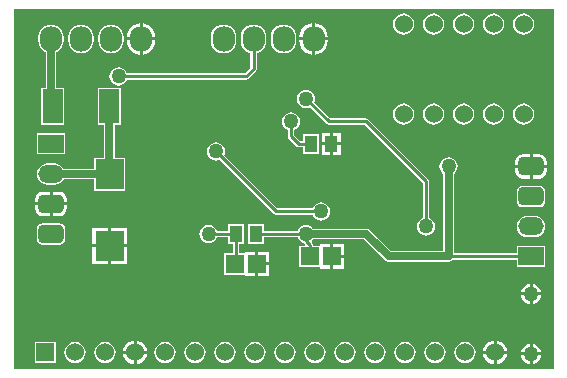
<source format=gbl>
G04 Layer_Physical_Order=2*
G04 Layer_Color=11436288*
%FSLAX25Y25*%
%MOIN*%
G70*
G01*
G75*
%ADD18R,0.04331X0.05512*%
%ADD22R,0.06102X0.06102*%
%ADD24C,0.01000*%
%ADD25C,0.02500*%
%ADD26O,0.07500X0.08500*%
%ADD27R,0.08500X0.06000*%
%ADD28O,0.08500X0.06000*%
G04:AMPARAMS|DCode=29|XSize=60mil|YSize=85mil|CornerRadius=15mil|HoleSize=0mil|Usage=FLASHONLY|Rotation=90.000|XOffset=0mil|YOffset=0mil|HoleType=Round|Shape=RoundedRectangle|*
%AMROUNDEDRECTD29*
21,1,0.06000,0.05500,0,0,90.0*
21,1,0.03000,0.08500,0,0,90.0*
1,1,0.03000,0.02750,0.01500*
1,1,0.03000,0.02750,-0.01500*
1,1,0.03000,-0.02750,-0.01500*
1,1,0.03000,-0.02750,0.01500*
%
%ADD29ROUNDEDRECTD29*%
%ADD30C,0.05000*%
%ADD31R,0.06000X0.06000*%
%ADD32C,0.06000*%
%ADD33R,0.09646X0.10039*%
%ADD34R,0.06600X0.11400*%
G36*
X180000Y119500D02*
Y0D01*
X180000Y0D01*
X354D01*
X0Y354D01*
Y120000D01*
X0Y120000D01*
X180000D01*
X180000Y119500D01*
D02*
G37*
%LPC*%
G36*
X175964Y24500D02*
X173000D01*
Y21536D01*
X173414Y21590D01*
X174265Y21943D01*
X174996Y22504D01*
X175557Y23235D01*
X175910Y24086D01*
X175964Y24500D01*
D02*
G37*
G36*
X172000D02*
X169036D01*
X169090Y24086D01*
X169443Y23235D01*
X170004Y22504D01*
X170735Y21943D01*
X171586Y21590D01*
X172000Y21536D01*
Y24500D01*
D02*
G37*
G36*
Y28464D02*
X171586Y28410D01*
X170735Y28057D01*
X170004Y27496D01*
X169443Y26765D01*
X169090Y25914D01*
X169036Y25500D01*
X172000D01*
Y28464D01*
D02*
G37*
G36*
X85193Y34500D02*
X81642D01*
Y30949D01*
X85193D01*
Y34500D01*
D02*
G37*
G36*
X173000Y28464D02*
Y25500D01*
X175964D01*
X175910Y25914D01*
X175557Y26765D01*
X174996Y27496D01*
X174265Y28057D01*
X173414Y28410D01*
X173000Y28464D01*
D02*
G37*
G36*
X40000Y9469D02*
X39456Y9397D01*
X38483Y8994D01*
X37647Y8353D01*
X37006Y7517D01*
X36603Y6544D01*
X36531Y6000D01*
X40000D01*
Y9469D01*
D02*
G37*
G36*
X173000Y8464D02*
Y5500D01*
X175964D01*
X175910Y5914D01*
X175557Y6765D01*
X174996Y7496D01*
X174265Y8057D01*
X173414Y8410D01*
X173000Y8464D01*
D02*
G37*
G36*
X41000Y9469D02*
Y6000D01*
X44469D01*
X44397Y6544D01*
X43994Y7517D01*
X43353Y8353D01*
X42517Y8994D01*
X41544Y9397D01*
X41000Y9469D01*
D02*
G37*
G36*
X161000D02*
Y6000D01*
X164469D01*
X164397Y6544D01*
X163994Y7517D01*
X163353Y8353D01*
X162517Y8994D01*
X161544Y9397D01*
X161000Y9469D01*
D02*
G37*
G36*
X160000D02*
X159456Y9397D01*
X158483Y8994D01*
X157647Y8353D01*
X157006Y7517D01*
X156603Y6544D01*
X156531Y6000D01*
X160000D01*
Y9469D01*
D02*
G37*
G36*
X15250Y48539D02*
X9750D01*
X8970Y48384D01*
X8308Y47942D01*
X7866Y47280D01*
X7711Y46500D01*
Y43500D01*
X7866Y42720D01*
X8308Y42058D01*
X8970Y41616D01*
X9750Y41461D01*
X15250D01*
X16030Y41616D01*
X16692Y42058D01*
X17134Y42720D01*
X17289Y43500D01*
Y46500D01*
X17134Y47280D01*
X16692Y47942D01*
X16030Y48384D01*
X15250Y48539D01*
D02*
G37*
G36*
X145000Y70526D02*
X144217Y70423D01*
X143487Y70121D01*
X142860Y69640D01*
X142379Y69013D01*
X142077Y68283D01*
X141974Y67500D01*
X142077Y66717D01*
X142379Y65987D01*
X142860Y65360D01*
X143216Y65088D01*
Y39284D01*
X125739D01*
X118762Y46262D01*
X118183Y46648D01*
X117500Y46784D01*
X99912D01*
X99640Y47140D01*
X99013Y47620D01*
X98283Y47923D01*
X97500Y48026D01*
X96717Y47923D01*
X95987Y47620D01*
X95360Y47140D01*
X94880Y46513D01*
X94675Y46020D01*
X83610D01*
Y48256D01*
X78280D01*
Y41744D01*
X83610D01*
Y43981D01*
X94675D01*
X94880Y43487D01*
X95360Y42860D01*
X95987Y42380D01*
X96717Y42077D01*
X96725Y42076D01*
X96779Y41996D01*
X97262Y41513D01*
X97070Y41051D01*
X95307D01*
Y33949D01*
X102091D01*
Y33449D01*
X105642D01*
Y37500D01*
Y41551D01*
X102091D01*
Y41051D01*
X99878D01*
Y41358D01*
X99800Y41748D01*
X99579Y42079D01*
X99432Y42227D01*
X99464Y42726D01*
X99640Y42860D01*
X99912Y43216D01*
X116761D01*
X123738Y36238D01*
X124317Y35852D01*
X125000Y35716D01*
X145000D01*
X145683Y35852D01*
X146262Y36238D01*
X146423Y36481D01*
X167750D01*
Y34000D01*
X177250D01*
Y41000D01*
X167750D01*
Y38520D01*
X146784D01*
Y65088D01*
X147140Y65360D01*
X147621Y65987D01*
X147923Y66717D01*
X148026Y67500D01*
X147923Y68283D01*
X147621Y69013D01*
X147140Y69640D01*
X146513Y70121D01*
X145783Y70423D01*
X145000Y70526D01*
D02*
G37*
G36*
X31500Y47110D02*
X26177D01*
Y41591D01*
X31500D01*
Y47110D01*
D02*
G37*
G36*
X173750Y51030D02*
X171250D01*
X170336Y50910D01*
X169485Y50557D01*
X168754Y49996D01*
X168193Y49265D01*
X167840Y48414D01*
X167720Y47500D01*
X167840Y46586D01*
X168193Y45735D01*
X168754Y45004D01*
X169485Y44443D01*
X170336Y44090D01*
X171250Y43970D01*
X173750D01*
X174664Y44090D01*
X175515Y44443D01*
X176246Y45004D01*
X176807Y45735D01*
X177160Y46586D01*
X177280Y47500D01*
X177160Y48414D01*
X176807Y49265D01*
X176246Y49996D01*
X175515Y50557D01*
X174664Y50910D01*
X173750Y51030D01*
D02*
G37*
G36*
X37823Y47110D02*
X32500D01*
Y41591D01*
X37823D01*
Y47110D01*
D02*
G37*
G36*
X31500Y40591D02*
X26177D01*
Y35071D01*
X31500D01*
Y40591D01*
D02*
G37*
G36*
X110193Y37000D02*
X106642D01*
Y33449D01*
X110193D01*
Y37000D01*
D02*
G37*
G36*
X37823Y40591D02*
X32500D01*
Y35071D01*
X37823D01*
Y40591D01*
D02*
G37*
G36*
X110193Y41551D02*
X106642D01*
Y38000D01*
X110193D01*
Y41551D01*
D02*
G37*
G36*
X85193Y39051D02*
X81642D01*
Y35500D01*
X85193D01*
Y39051D01*
D02*
G37*
G36*
X172000Y8464D02*
X171586Y8410D01*
X170735Y8057D01*
X170004Y7496D01*
X169443Y6765D01*
X169090Y5914D01*
X169036Y5500D01*
X172000D01*
Y8464D01*
D02*
G37*
G36*
X20500Y9030D02*
X19586Y8910D01*
X18735Y8557D01*
X18004Y7996D01*
X17443Y7265D01*
X17090Y6414D01*
X16970Y5500D01*
X17090Y4586D01*
X17443Y3735D01*
X18004Y3004D01*
X18735Y2443D01*
X19586Y2090D01*
X20500Y1970D01*
X21414Y2090D01*
X22265Y2443D01*
X22996Y3004D01*
X23557Y3735D01*
X23910Y4586D01*
X24030Y5500D01*
X23910Y6414D01*
X23557Y7265D01*
X22996Y7996D01*
X22265Y8557D01*
X21414Y8910D01*
X20500Y9030D01*
D02*
G37*
G36*
X175964Y4500D02*
X173000D01*
Y1536D01*
X173414Y1590D01*
X174265Y1943D01*
X174996Y2504D01*
X175557Y3235D01*
X175910Y4086D01*
X175964Y4500D01*
D02*
G37*
G36*
X30500Y9030D02*
X29586Y8910D01*
X28735Y8557D01*
X28004Y7996D01*
X27443Y7265D01*
X27090Y6414D01*
X26970Y5500D01*
X27090Y4586D01*
X27443Y3735D01*
X28004Y3004D01*
X28735Y2443D01*
X29586Y2090D01*
X30500Y1970D01*
X31414Y2090D01*
X32265Y2443D01*
X32996Y3004D01*
X33557Y3735D01*
X33910Y4586D01*
X34030Y5500D01*
X33910Y6414D01*
X33557Y7265D01*
X32996Y7996D01*
X32265Y8557D01*
X31414Y8910D01*
X30500Y9030D01*
D02*
G37*
G36*
X60500D02*
X59586Y8910D01*
X58735Y8557D01*
X58004Y7996D01*
X57443Y7265D01*
X57090Y6414D01*
X56970Y5500D01*
X57090Y4586D01*
X57443Y3735D01*
X58004Y3004D01*
X58735Y2443D01*
X59586Y2090D01*
X60500Y1970D01*
X61414Y2090D01*
X62265Y2443D01*
X62996Y3004D01*
X63557Y3735D01*
X63910Y4586D01*
X64030Y5500D01*
X63910Y6414D01*
X63557Y7265D01*
X62996Y7996D01*
X62265Y8557D01*
X61414Y8910D01*
X60500Y9030D01*
D02*
G37*
G36*
X50500D02*
X49586Y8910D01*
X48735Y8557D01*
X48004Y7996D01*
X47443Y7265D01*
X47090Y6414D01*
X46970Y5500D01*
X47090Y4586D01*
X47443Y3735D01*
X48004Y3004D01*
X48735Y2443D01*
X49586Y2090D01*
X50500Y1970D01*
X51414Y2090D01*
X52265Y2443D01*
X52996Y3004D01*
X53557Y3735D01*
X53910Y4586D01*
X54030Y5500D01*
X53910Y6414D01*
X53557Y7265D01*
X52996Y7996D01*
X52265Y8557D01*
X51414Y8910D01*
X50500Y9030D01*
D02*
G37*
G36*
X44469Y5000D02*
X41000D01*
Y1531D01*
X41544Y1603D01*
X42517Y2006D01*
X43353Y2647D01*
X43994Y3483D01*
X44397Y4456D01*
X44469Y5000D01*
D02*
G37*
G36*
X40000D02*
X36531D01*
X36603Y4456D01*
X37006Y3483D01*
X37647Y2647D01*
X38483Y2006D01*
X39456Y1603D01*
X40000Y1531D01*
Y5000D01*
D02*
G37*
G36*
X160000D02*
X156531D01*
X156603Y4456D01*
X157006Y3483D01*
X157647Y2647D01*
X158483Y2006D01*
X159456Y1603D01*
X160000Y1531D01*
Y5000D01*
D02*
G37*
G36*
X172000Y4500D02*
X169036D01*
X169090Y4086D01*
X169443Y3235D01*
X170004Y2504D01*
X170735Y1943D01*
X171586Y1590D01*
X172000Y1536D01*
Y4500D01*
D02*
G37*
G36*
X164469Y5000D02*
X161000D01*
Y1531D01*
X161544Y1603D01*
X162517Y2006D01*
X163353Y2647D01*
X163994Y3483D01*
X164397Y4456D01*
X164469Y5000D01*
D02*
G37*
G36*
X130500Y9030D02*
X129586Y8910D01*
X128735Y8557D01*
X128004Y7996D01*
X127443Y7265D01*
X127090Y6414D01*
X126970Y5500D01*
X127090Y4586D01*
X127443Y3735D01*
X128004Y3004D01*
X128735Y2443D01*
X129586Y2090D01*
X130500Y1970D01*
X131414Y2090D01*
X132265Y2443D01*
X132996Y3004D01*
X133557Y3735D01*
X133910Y4586D01*
X134030Y5500D01*
X133910Y6414D01*
X133557Y7265D01*
X132996Y7996D01*
X132265Y8557D01*
X131414Y8910D01*
X130500Y9030D01*
D02*
G37*
G36*
X120500D02*
X119586Y8910D01*
X118735Y8557D01*
X118004Y7996D01*
X117443Y7265D01*
X117090Y6414D01*
X116970Y5500D01*
X117090Y4586D01*
X117443Y3735D01*
X118004Y3004D01*
X118735Y2443D01*
X119586Y2090D01*
X120500Y1970D01*
X121414Y2090D01*
X122265Y2443D01*
X122996Y3004D01*
X123557Y3735D01*
X123910Y4586D01*
X124030Y5500D01*
X123910Y6414D01*
X123557Y7265D01*
X122996Y7996D01*
X122265Y8557D01*
X121414Y8910D01*
X120500Y9030D01*
D02*
G37*
G36*
X140500D02*
X139586Y8910D01*
X138735Y8557D01*
X138004Y7996D01*
X137443Y7265D01*
X137090Y6414D01*
X136970Y5500D01*
X137090Y4586D01*
X137443Y3735D01*
X138004Y3004D01*
X138735Y2443D01*
X139586Y2090D01*
X140500Y1970D01*
X141414Y2090D01*
X142265Y2443D01*
X142996Y3004D01*
X143557Y3735D01*
X143910Y4586D01*
X144030Y5500D01*
X143910Y6414D01*
X143557Y7265D01*
X142996Y7996D01*
X142265Y8557D01*
X141414Y8910D01*
X140500Y9030D01*
D02*
G37*
G36*
X14000Y9000D02*
X7000D01*
Y2000D01*
X14000D01*
Y9000D01*
D02*
G37*
G36*
X150500Y9030D02*
X149586Y8910D01*
X148735Y8557D01*
X148004Y7996D01*
X147443Y7265D01*
X147090Y6414D01*
X146970Y5500D01*
X147090Y4586D01*
X147443Y3735D01*
X148004Y3004D01*
X148735Y2443D01*
X149586Y2090D01*
X150500Y1970D01*
X151414Y2090D01*
X152265Y2443D01*
X152996Y3004D01*
X153557Y3735D01*
X153910Y4586D01*
X154030Y5500D01*
X153910Y6414D01*
X153557Y7265D01*
X152996Y7996D01*
X152265Y8557D01*
X151414Y8910D01*
X150500Y9030D01*
D02*
G37*
G36*
X80500D02*
X79586Y8910D01*
X78735Y8557D01*
X78004Y7996D01*
X77443Y7265D01*
X77090Y6414D01*
X76970Y5500D01*
X77090Y4586D01*
X77443Y3735D01*
X78004Y3004D01*
X78735Y2443D01*
X79586Y2090D01*
X80500Y1970D01*
X81414Y2090D01*
X82265Y2443D01*
X82996Y3004D01*
X83557Y3735D01*
X83910Y4586D01*
X84030Y5500D01*
X83910Y6414D01*
X83557Y7265D01*
X82996Y7996D01*
X82265Y8557D01*
X81414Y8910D01*
X80500Y9030D01*
D02*
G37*
G36*
X70500D02*
X69586Y8910D01*
X68735Y8557D01*
X68004Y7996D01*
X67443Y7265D01*
X67090Y6414D01*
X66970Y5500D01*
X67090Y4586D01*
X67443Y3735D01*
X68004Y3004D01*
X68735Y2443D01*
X69586Y2090D01*
X70500Y1970D01*
X71414Y2090D01*
X72265Y2443D01*
X72996Y3004D01*
X73557Y3735D01*
X73910Y4586D01*
X74030Y5500D01*
X73910Y6414D01*
X73557Y7265D01*
X72996Y7996D01*
X72265Y8557D01*
X71414Y8910D01*
X70500Y9030D01*
D02*
G37*
G36*
X90500D02*
X89586Y8910D01*
X88735Y8557D01*
X88004Y7996D01*
X87443Y7265D01*
X87090Y6414D01*
X86970Y5500D01*
X87090Y4586D01*
X87443Y3735D01*
X88004Y3004D01*
X88735Y2443D01*
X89586Y2090D01*
X90500Y1970D01*
X91414Y2090D01*
X92265Y2443D01*
X92996Y3004D01*
X93557Y3735D01*
X93910Y4586D01*
X94030Y5500D01*
X93910Y6414D01*
X93557Y7265D01*
X92996Y7996D01*
X92265Y8557D01*
X91414Y8910D01*
X90500Y9030D01*
D02*
G37*
G36*
X110500D02*
X109586Y8910D01*
X108735Y8557D01*
X108004Y7996D01*
X107443Y7265D01*
X107090Y6414D01*
X106970Y5500D01*
X107090Y4586D01*
X107443Y3735D01*
X108004Y3004D01*
X108735Y2443D01*
X109586Y2090D01*
X110500Y1970D01*
X111414Y2090D01*
X112265Y2443D01*
X112996Y3004D01*
X113557Y3735D01*
X113910Y4586D01*
X114030Y5500D01*
X113910Y6414D01*
X113557Y7265D01*
X112996Y7996D01*
X112265Y8557D01*
X111414Y8910D01*
X110500Y9030D01*
D02*
G37*
G36*
X100500D02*
X99586Y8910D01*
X98735Y8557D01*
X98004Y7996D01*
X97443Y7265D01*
X97090Y6414D01*
X96970Y5500D01*
X97090Y4586D01*
X97443Y3735D01*
X98004Y3004D01*
X98735Y2443D01*
X99586Y2090D01*
X100500Y1970D01*
X101414Y2090D01*
X102265Y2443D01*
X102996Y3004D01*
X103557Y3735D01*
X103910Y4586D01*
X104030Y5500D01*
X103910Y6414D01*
X103557Y7265D01*
X102996Y7996D01*
X102265Y8557D01*
X101414Y8910D01*
X100500Y9030D01*
D02*
G37*
G36*
X97500Y93026D02*
X96717Y92923D01*
X95987Y92621D01*
X95360Y92140D01*
X94880Y91513D01*
X94577Y90783D01*
X94474Y90000D01*
X94577Y89217D01*
X94880Y88487D01*
X95360Y87860D01*
X95987Y87379D01*
X96717Y87077D01*
X97500Y86974D01*
X98283Y87077D01*
X98777Y87282D01*
X104279Y81779D01*
X104610Y81558D01*
X105000Y81480D01*
X117078D01*
X136480Y62078D01*
Y50325D01*
X135987Y50121D01*
X135360Y49640D01*
X134880Y49013D01*
X134577Y48283D01*
X134474Y47500D01*
X134577Y46717D01*
X134880Y45987D01*
X135360Y45360D01*
X135987Y44880D01*
X136717Y44577D01*
X137500Y44474D01*
X138283Y44577D01*
X139013Y44880D01*
X139640Y45360D01*
X140121Y45987D01*
X140423Y46717D01*
X140526Y47500D01*
X140423Y48283D01*
X140121Y49013D01*
X139640Y49640D01*
X139013Y50121D01*
X138520Y50325D01*
Y62500D01*
X138442Y62890D01*
X138221Y63221D01*
X118221Y83221D01*
X117890Y83442D01*
X117500Y83520D01*
X105422D01*
X100218Y88723D01*
X100423Y89217D01*
X100526Y90000D01*
X100423Y90783D01*
X100121Y91513D01*
X99640Y92140D01*
X99013Y92621D01*
X98283Y92923D01*
X97500Y93026D01*
D02*
G37*
G36*
X99500Y109500D02*
X95209D01*
X95372Y108260D01*
X95851Y107105D01*
X96612Y106112D01*
X97605Y105351D01*
X98760Y104872D01*
X99500Y104775D01*
Y109500D01*
D02*
G37*
G36*
X47291D02*
X43000D01*
Y104775D01*
X43740Y104872D01*
X44895Y105351D01*
X45888Y106112D01*
X46649Y107105D01*
X47128Y108260D01*
X47291Y109500D01*
D02*
G37*
G36*
X104791D02*
X100500D01*
Y104775D01*
X101240Y104872D01*
X102396Y105351D01*
X103388Y106112D01*
X104149Y107105D01*
X104628Y108260D01*
X104791Y109500D01*
D02*
G37*
G36*
X32500Y114787D02*
X31391Y114641D01*
X30357Y114212D01*
X29469Y113531D01*
X28788Y112643D01*
X28359Y111609D01*
X28213Y110500D01*
Y109500D01*
X28359Y108391D01*
X28788Y107357D01*
X29469Y106469D01*
X30357Y105788D01*
X31391Y105359D01*
X32500Y105213D01*
X33610Y105359D01*
X34643Y105788D01*
X35531Y106469D01*
X36212Y107357D01*
X36641Y108391D01*
X36787Y109500D01*
Y110500D01*
X36641Y111609D01*
X36212Y112643D01*
X35531Y113531D01*
X34643Y114212D01*
X33610Y114641D01*
X32500Y114787D01*
D02*
G37*
G36*
X22500D02*
X21391Y114641D01*
X20357Y114212D01*
X19469Y113531D01*
X18788Y112643D01*
X18359Y111609D01*
X18213Y110500D01*
Y109500D01*
X18359Y108391D01*
X18788Y107357D01*
X19469Y106469D01*
X20357Y105788D01*
X21391Y105359D01*
X22500Y105213D01*
X23609Y105359D01*
X24643Y105788D01*
X25531Y106469D01*
X26212Y107357D01*
X26641Y108391D01*
X26787Y109500D01*
Y110500D01*
X26641Y111609D01*
X26212Y112643D01*
X25531Y113531D01*
X24643Y114212D01*
X23609Y114641D01*
X22500Y114787D01*
D02*
G37*
G36*
X160000Y88530D02*
X159086Y88410D01*
X158235Y88057D01*
X157504Y87496D01*
X156943Y86765D01*
X156590Y85914D01*
X156470Y85000D01*
X156590Y84086D01*
X156943Y83235D01*
X157504Y82504D01*
X158235Y81943D01*
X159086Y81590D01*
X160000Y81470D01*
X160914Y81590D01*
X161765Y81943D01*
X162496Y82504D01*
X163057Y83235D01*
X163410Y84086D01*
X163530Y85000D01*
X163410Y85914D01*
X163057Y86765D01*
X162496Y87496D01*
X161765Y88057D01*
X160914Y88410D01*
X160000Y88530D01*
D02*
G37*
G36*
X150000D02*
X149086Y88410D01*
X148235Y88057D01*
X147504Y87496D01*
X146943Y86765D01*
X146590Y85914D01*
X146470Y85000D01*
X146590Y84086D01*
X146943Y83235D01*
X147504Y82504D01*
X148235Y81943D01*
X149086Y81590D01*
X150000Y81470D01*
X150914Y81590D01*
X151765Y81943D01*
X152496Y82504D01*
X153057Y83235D01*
X153410Y84086D01*
X153530Y85000D01*
X153410Y85914D01*
X153057Y86765D01*
X152496Y87496D01*
X151765Y88057D01*
X150914Y88410D01*
X150000Y88530D01*
D02*
G37*
G36*
X170000D02*
X169086Y88410D01*
X168235Y88057D01*
X167504Y87496D01*
X166943Y86765D01*
X166590Y85914D01*
X166470Y85000D01*
X166590Y84086D01*
X166943Y83235D01*
X167504Y82504D01*
X168235Y81943D01*
X169086Y81590D01*
X170000Y81470D01*
X170914Y81590D01*
X171765Y81943D01*
X172496Y82504D01*
X173057Y83235D01*
X173410Y84086D01*
X173530Y85000D01*
X173410Y85914D01*
X173057Y86765D01*
X172496Y87496D01*
X171765Y88057D01*
X170914Y88410D01*
X170000Y88530D01*
D02*
G37*
G36*
X42000Y109500D02*
X37709D01*
X37872Y108260D01*
X38351Y107105D01*
X39112Y106112D01*
X40105Y105351D01*
X41260Y104872D01*
X42000Y104775D01*
Y109500D01*
D02*
G37*
G36*
X80000Y114787D02*
X78891Y114641D01*
X77857Y114212D01*
X76969Y113531D01*
X76288Y112643D01*
X75859Y111609D01*
X75713Y110500D01*
Y109500D01*
X75859Y108391D01*
X76288Y107357D01*
X76969Y106469D01*
X77857Y105788D01*
X78891Y105359D01*
X78980Y105348D01*
Y100422D01*
X77078Y98520D01*
X37825D01*
X37620Y99013D01*
X37140Y99640D01*
X36513Y100121D01*
X35783Y100423D01*
X35000Y100526D01*
X34217Y100423D01*
X33487Y100121D01*
X32860Y99640D01*
X32380Y99013D01*
X32077Y98283D01*
X31974Y97500D01*
X32077Y96717D01*
X32380Y95987D01*
X32860Y95360D01*
X33487Y94880D01*
X34217Y94577D01*
X35000Y94474D01*
X35783Y94577D01*
X36513Y94880D01*
X37140Y95360D01*
X37620Y95987D01*
X37825Y96481D01*
X77500D01*
X77890Y96558D01*
X78221Y96779D01*
X80721Y99279D01*
X80942Y99610D01*
X81020Y100000D01*
Y105348D01*
X81109Y105359D01*
X82143Y105788D01*
X83031Y106469D01*
X83712Y107357D01*
X84141Y108391D01*
X84287Y109500D01*
Y110500D01*
X84141Y111609D01*
X83712Y112643D01*
X83031Y113531D01*
X82143Y114212D01*
X81109Y114641D01*
X80000Y114787D01*
D02*
G37*
G36*
X70000D02*
X68891Y114641D01*
X67857Y114212D01*
X66969Y113531D01*
X66288Y112643D01*
X65859Y111609D01*
X65713Y110500D01*
Y109500D01*
X65859Y108391D01*
X66288Y107357D01*
X66969Y106469D01*
X67857Y105788D01*
X68891Y105359D01*
X70000Y105213D01*
X71109Y105359D01*
X72143Y105788D01*
X73031Y106469D01*
X73712Y107357D01*
X74141Y108391D01*
X74287Y109500D01*
Y110500D01*
X74141Y111609D01*
X73712Y112643D01*
X73031Y113531D01*
X72143Y114212D01*
X71109Y114641D01*
X70000Y114787D01*
D02*
G37*
G36*
X140000Y118530D02*
X139086Y118410D01*
X138235Y118057D01*
X137504Y117496D01*
X136943Y116765D01*
X136590Y115914D01*
X136470Y115000D01*
X136590Y114086D01*
X136943Y113235D01*
X137504Y112504D01*
X138235Y111943D01*
X139086Y111590D01*
X140000Y111470D01*
X140914Y111590D01*
X141765Y111943D01*
X142496Y112504D01*
X143057Y113235D01*
X143410Y114086D01*
X143530Y115000D01*
X143410Y115914D01*
X143057Y116765D01*
X142496Y117496D01*
X141765Y118057D01*
X140914Y118410D01*
X140000Y118530D01*
D02*
G37*
G36*
X130000D02*
X129086Y118410D01*
X128235Y118057D01*
X127504Y117496D01*
X126943Y116765D01*
X126590Y115914D01*
X126470Y115000D01*
X126590Y114086D01*
X126943Y113235D01*
X127504Y112504D01*
X128235Y111943D01*
X129086Y111590D01*
X130000Y111470D01*
X130914Y111590D01*
X131765Y111943D01*
X132496Y112504D01*
X133057Y113235D01*
X133410Y114086D01*
X133530Y115000D01*
X133410Y115914D01*
X133057Y116765D01*
X132496Y117496D01*
X131765Y118057D01*
X130914Y118410D01*
X130000Y118530D01*
D02*
G37*
G36*
X150000D02*
X149086Y118410D01*
X148235Y118057D01*
X147504Y117496D01*
X146943Y116765D01*
X146590Y115914D01*
X146470Y115000D01*
X146590Y114086D01*
X146943Y113235D01*
X147504Y112504D01*
X148235Y111943D01*
X149086Y111590D01*
X150000Y111470D01*
X150914Y111590D01*
X151765Y111943D01*
X152496Y112504D01*
X153057Y113235D01*
X153410Y114086D01*
X153530Y115000D01*
X153410Y115914D01*
X153057Y116765D01*
X152496Y117496D01*
X151765Y118057D01*
X150914Y118410D01*
X150000Y118530D01*
D02*
G37*
G36*
X170000D02*
X169086Y118410D01*
X168235Y118057D01*
X167504Y117496D01*
X166943Y116765D01*
X166590Y115914D01*
X166470Y115000D01*
X166590Y114086D01*
X166943Y113235D01*
X167504Y112504D01*
X168235Y111943D01*
X169086Y111590D01*
X170000Y111470D01*
X170914Y111590D01*
X171765Y111943D01*
X172496Y112504D01*
X173057Y113235D01*
X173410Y114086D01*
X173530Y115000D01*
X173410Y115914D01*
X173057Y116765D01*
X172496Y117496D01*
X171765Y118057D01*
X170914Y118410D01*
X170000Y118530D01*
D02*
G37*
G36*
X160000D02*
X159086Y118410D01*
X158235Y118057D01*
X157504Y117496D01*
X156943Y116765D01*
X156590Y115914D01*
X156470Y115000D01*
X156590Y114086D01*
X156943Y113235D01*
X157504Y112504D01*
X158235Y111943D01*
X159086Y111590D01*
X160000Y111470D01*
X160914Y111590D01*
X161765Y111943D01*
X162496Y112504D01*
X163057Y113235D01*
X163410Y114086D01*
X163530Y115000D01*
X163410Y115914D01*
X163057Y116765D01*
X162496Y117496D01*
X161765Y118057D01*
X160914Y118410D01*
X160000Y118530D01*
D02*
G37*
G36*
X42000Y115225D02*
X41260Y115128D01*
X40105Y114649D01*
X39112Y113888D01*
X38351Y112896D01*
X37872Y111740D01*
X37709Y110500D01*
X42000D01*
Y115225D01*
D02*
G37*
G36*
X90000Y114787D02*
X88891Y114641D01*
X87857Y114212D01*
X86969Y113531D01*
X86288Y112643D01*
X85859Y111609D01*
X85713Y110500D01*
Y109500D01*
X85859Y108391D01*
X86288Y107357D01*
X86969Y106469D01*
X87857Y105788D01*
X88891Y105359D01*
X90000Y105213D01*
X91110Y105359D01*
X92143Y105788D01*
X93031Y106469D01*
X93712Y107357D01*
X94141Y108391D01*
X94287Y109500D01*
Y110500D01*
X94141Y111609D01*
X93712Y112643D01*
X93031Y113531D01*
X92143Y114212D01*
X91110Y114641D01*
X90000Y114787D01*
D02*
G37*
G36*
X43000Y115225D02*
Y110500D01*
X47291D01*
X47128Y111740D01*
X46649Y112896D01*
X45888Y113888D01*
X44895Y114649D01*
X43740Y115128D01*
X43000Y115225D01*
D02*
G37*
G36*
X100500D02*
Y110500D01*
X104791D01*
X104628Y111740D01*
X104149Y112896D01*
X103388Y113888D01*
X102396Y114649D01*
X101240Y115128D01*
X100500Y115225D01*
D02*
G37*
G36*
X99500D02*
X98760Y115128D01*
X97605Y114649D01*
X96612Y113888D01*
X95851Y112896D01*
X95372Y111740D01*
X95209Y110500D01*
X99500D01*
Y115225D01*
D02*
G37*
G36*
X15250Y59049D02*
X13000D01*
Y55500D01*
X17799D01*
Y56500D01*
X17605Y57476D01*
X17052Y58302D01*
X16226Y58855D01*
X15250Y59049D01*
D02*
G37*
G36*
X12000D02*
X9750D01*
X8775Y58855D01*
X7948Y58302D01*
X7395Y57476D01*
X7201Y56500D01*
Y55500D01*
X12000D01*
Y59049D01*
D02*
G37*
G36*
X172000Y67000D02*
X167201D01*
Y66000D01*
X167395Y65025D01*
X167948Y64198D01*
X168775Y63645D01*
X169750Y63451D01*
X172000D01*
Y67000D01*
D02*
G37*
G36*
X35700Y93700D02*
X28100D01*
Y81300D01*
X30116D01*
Y70429D01*
X26677D01*
Y66784D01*
X16793D01*
X16246Y67496D01*
X15515Y68057D01*
X14664Y68410D01*
X13750Y68530D01*
X11250D01*
X10336Y68410D01*
X9485Y68057D01*
X8754Y67496D01*
X8193Y66765D01*
X7840Y65914D01*
X7720Y65000D01*
X7840Y64086D01*
X8193Y63235D01*
X8754Y62504D01*
X9485Y61943D01*
X10336Y61590D01*
X11250Y61470D01*
X13750D01*
X14664Y61590D01*
X15515Y61943D01*
X16246Y62504D01*
X16793Y63216D01*
X26677D01*
Y59390D01*
X37323D01*
Y70429D01*
X33684D01*
Y81300D01*
X35700D01*
Y93700D01*
D02*
G37*
G36*
X177799Y67000D02*
X173000D01*
Y63451D01*
X175250D01*
X176225Y63645D01*
X177052Y64198D01*
X177605Y65025D01*
X177799Y66000D01*
Y67000D01*
D02*
G37*
G36*
X67500Y75526D02*
X66717Y75423D01*
X65987Y75121D01*
X65360Y74640D01*
X64880Y74013D01*
X64577Y73283D01*
X64474Y72500D01*
X64577Y71717D01*
X64880Y70987D01*
X65360Y70360D01*
X65987Y69880D01*
X66717Y69577D01*
X67500Y69474D01*
X68283Y69577D01*
X68777Y69782D01*
X86779Y51779D01*
X87110Y51558D01*
X87500Y51481D01*
X99675D01*
X99879Y50987D01*
X100360Y50360D01*
X100987Y49880D01*
X101717Y49577D01*
X102500Y49474D01*
X103283Y49577D01*
X104013Y49880D01*
X104640Y50360D01*
X105121Y50987D01*
X105423Y51717D01*
X105526Y52500D01*
X105423Y53283D01*
X105121Y54013D01*
X104640Y54640D01*
X104013Y55121D01*
X103283Y55423D01*
X102500Y55526D01*
X101717Y55423D01*
X100987Y55121D01*
X100360Y54640D01*
X99879Y54013D01*
X99675Y53520D01*
X87922D01*
X70218Y71223D01*
X70423Y71717D01*
X70526Y72500D01*
X70423Y73283D01*
X70121Y74013D01*
X69640Y74640D01*
X69013Y75121D01*
X68283Y75423D01*
X67500Y75526D01*
D02*
G37*
G36*
X76720Y48256D02*
X71390D01*
Y46020D01*
X67825D01*
X67621Y46513D01*
X67140Y47140D01*
X66513Y47620D01*
X65783Y47923D01*
X65000Y48026D01*
X64217Y47923D01*
X63487Y47620D01*
X62860Y47140D01*
X62379Y46513D01*
X62077Y45783D01*
X61974Y45000D01*
X62077Y44217D01*
X62379Y43487D01*
X62860Y42860D01*
X63487Y42380D01*
X64217Y42077D01*
X65000Y41974D01*
X65783Y42077D01*
X66513Y42380D01*
X67140Y42860D01*
X67621Y43487D01*
X67825Y43981D01*
X71390D01*
Y41744D01*
X73036D01*
Y38551D01*
X70307D01*
Y31449D01*
X77091D01*
Y30949D01*
X80642D01*
Y35000D01*
Y39051D01*
X77091D01*
Y38551D01*
X75075D01*
Y41744D01*
X76720D01*
Y48256D01*
D02*
G37*
G36*
X12000Y54500D02*
X7201D01*
Y53500D01*
X7395Y52525D01*
X7948Y51698D01*
X8775Y51145D01*
X9750Y50951D01*
X12000D01*
Y54500D01*
D02*
G37*
G36*
X175250Y61039D02*
X169750D01*
X168970Y60884D01*
X168308Y60442D01*
X167866Y59780D01*
X167711Y59000D01*
Y56000D01*
X167866Y55220D01*
X168308Y54558D01*
X168970Y54116D01*
X169750Y53961D01*
X175250D01*
X176030Y54116D01*
X176692Y54558D01*
X177134Y55220D01*
X177289Y56000D01*
Y59000D01*
X177134Y59780D01*
X176692Y60442D01*
X176030Y60884D01*
X175250Y61039D01*
D02*
G37*
G36*
X17799Y54500D02*
X13000D01*
Y50951D01*
X15250D01*
X16226Y51145D01*
X17052Y51698D01*
X17605Y52525D01*
X17799Y53500D01*
Y54500D01*
D02*
G37*
G36*
X172000Y71549D02*
X169750D01*
X168775Y71355D01*
X167948Y70802D01*
X167395Y69976D01*
X167201Y69000D01*
Y68000D01*
X172000D01*
Y71549D01*
D02*
G37*
G36*
X109110Y78756D02*
X106445D01*
Y75500D01*
X109110D01*
Y78756D01*
D02*
G37*
G36*
X105445D02*
X102780D01*
Y75500D01*
X105445D01*
Y78756D01*
D02*
G37*
G36*
X12500Y114787D02*
X11391Y114641D01*
X10357Y114212D01*
X9469Y113531D01*
X8788Y112643D01*
X8359Y111609D01*
X8213Y110500D01*
Y109500D01*
X8359Y108391D01*
X8788Y107357D01*
X9469Y106469D01*
X10357Y105788D01*
X10716Y105639D01*
Y93700D01*
X9300D01*
Y81300D01*
X16900D01*
Y93700D01*
X14284D01*
Y105639D01*
X14643Y105788D01*
X15531Y106469D01*
X16212Y107357D01*
X16641Y108391D01*
X16787Y109500D01*
Y110500D01*
X16641Y111609D01*
X16212Y112643D01*
X15531Y113531D01*
X14643Y114212D01*
X13610Y114641D01*
X12500Y114787D01*
D02*
G37*
G36*
X140000Y88530D02*
X139086Y88410D01*
X138235Y88057D01*
X137504Y87496D01*
X136943Y86765D01*
X136590Y85914D01*
X136470Y85000D01*
X136590Y84086D01*
X136943Y83235D01*
X137504Y82504D01*
X138235Y81943D01*
X139086Y81590D01*
X140000Y81470D01*
X140914Y81590D01*
X141765Y81943D01*
X142496Y82504D01*
X143057Y83235D01*
X143410Y84086D01*
X143530Y85000D01*
X143410Y85914D01*
X143057Y86765D01*
X142496Y87496D01*
X141765Y88057D01*
X140914Y88410D01*
X140000Y88530D01*
D02*
G37*
G36*
X130000D02*
X129086Y88410D01*
X128235Y88057D01*
X127504Y87496D01*
X126943Y86765D01*
X126590Y85914D01*
X126470Y85000D01*
X126590Y84086D01*
X126943Y83235D01*
X127504Y82504D01*
X128235Y81943D01*
X129086Y81590D01*
X130000Y81470D01*
X130914Y81590D01*
X131765Y81943D01*
X132496Y82504D01*
X133057Y83235D01*
X133410Y84086D01*
X133530Y85000D01*
X133410Y85914D01*
X133057Y86765D01*
X132496Y87496D01*
X131765Y88057D01*
X130914Y88410D01*
X130000Y88530D01*
D02*
G37*
G36*
X105445Y74500D02*
X102780D01*
Y71244D01*
X105445D01*
Y74500D01*
D02*
G37*
G36*
X175250Y71549D02*
X173000D01*
Y68000D01*
X177799D01*
Y69000D01*
X177605Y69976D01*
X177052Y70802D01*
X176225Y71355D01*
X175250Y71549D01*
D02*
G37*
G36*
X109110Y74500D02*
X106445D01*
Y71244D01*
X109110D01*
Y74500D01*
D02*
G37*
G36*
X92500Y85526D02*
X91717Y85423D01*
X90987Y85121D01*
X90360Y84640D01*
X89880Y84013D01*
X89577Y83283D01*
X89474Y82500D01*
X89577Y81717D01*
X89880Y80987D01*
X90360Y80360D01*
X90987Y79879D01*
X91480Y79675D01*
Y77500D01*
X91558Y77110D01*
X91779Y76779D01*
X94279Y74279D01*
X94610Y74058D01*
X95000Y73980D01*
X96390D01*
Y71744D01*
X101720D01*
Y78256D01*
X96390D01*
Y76020D01*
X95422D01*
X93520Y77922D01*
Y79675D01*
X94013Y79879D01*
X94640Y80360D01*
X95121Y80987D01*
X95423Y81717D01*
X95526Y82500D01*
X95423Y83283D01*
X95121Y84013D01*
X94640Y84640D01*
X94013Y85121D01*
X93283Y85423D01*
X92500Y85526D01*
D02*
G37*
G36*
X17250Y78500D02*
X7750D01*
Y71500D01*
X17250D01*
Y78500D01*
D02*
G37*
%LPD*%
D18*
X105945Y75000D02*
D03*
X99055D02*
D03*
X80945Y45000D02*
D03*
X74055D02*
D03*
D22*
X98858Y37500D02*
D03*
X106142D02*
D03*
X73858Y35000D02*
D03*
X81142D02*
D03*
D24*
X117500Y82500D02*
X137500Y62500D01*
X67500Y72500D02*
X87500Y52500D01*
X137500Y47500D02*
Y62500D01*
X87500Y52500D02*
X102500D01*
X145000Y37500D02*
X172500D01*
X97500Y42717D02*
Y45000D01*
Y42717D02*
X98858Y41358D01*
Y37500D02*
Y41358D01*
X80945Y45000D02*
X97500D01*
X73858Y35000D02*
X74055Y35197D01*
Y45000D01*
X65000D02*
X74055D01*
X92500Y77500D02*
Y82500D01*
Y77500D02*
X95000Y75000D01*
X99055D01*
X97500Y90000D02*
X105000Y82500D01*
X117500D01*
X80000Y100000D02*
Y110000D01*
X77500Y97500D02*
X80000Y100000D01*
X35000Y97500D02*
X77500D01*
D25*
X12500Y88100D02*
X13100Y87500D01*
X12500Y88100D02*
Y110000D01*
X31900Y66900D02*
Y87500D01*
X30000Y65000D02*
X31900Y66900D01*
X12500Y65000D02*
X30000D01*
X125000Y37500D02*
X145000D01*
Y67500D01*
X117500Y45000D02*
X125000Y37500D01*
X97500Y45000D02*
X117500D01*
D26*
X100000Y110000D02*
D03*
X90000D02*
D03*
X80000D02*
D03*
X70000D02*
D03*
X42500D02*
D03*
X32500D02*
D03*
X22500D02*
D03*
X12500D02*
D03*
D27*
X172500Y37500D02*
D03*
X12500Y75000D02*
D03*
D28*
X172500Y47500D02*
D03*
X12500Y65000D02*
D03*
D29*
X172500Y57500D02*
D03*
Y67500D02*
D03*
X12500Y55000D02*
D03*
Y45000D02*
D03*
D30*
X172500Y25000D02*
D03*
Y5000D02*
D03*
X92500Y82500D02*
D03*
X65000Y45000D02*
D03*
X137500Y47500D02*
D03*
X102500Y52500D02*
D03*
X145000Y67500D02*
D03*
X97500Y45000D02*
D03*
X67500Y72500D02*
D03*
X97500Y90000D02*
D03*
X35000Y97500D02*
D03*
D31*
X10500Y5500D02*
D03*
D32*
X20500D02*
D03*
X30500D02*
D03*
X40500D02*
D03*
X50500D02*
D03*
X60500D02*
D03*
X70500D02*
D03*
X80500D02*
D03*
X90500D02*
D03*
X100500D02*
D03*
X110500D02*
D03*
X120500D02*
D03*
X130500D02*
D03*
X140500D02*
D03*
X150500D02*
D03*
X160500D02*
D03*
X130000Y115000D02*
D03*
X140000D02*
D03*
X150000D02*
D03*
X160000D02*
D03*
X170000D02*
D03*
Y85000D02*
D03*
X160000D02*
D03*
X150000D02*
D03*
X140000D02*
D03*
X130000D02*
D03*
D33*
X32000Y41091D02*
D03*
Y64909D02*
D03*
D34*
X13100Y87500D02*
D03*
X31900D02*
D03*
M02*

</source>
